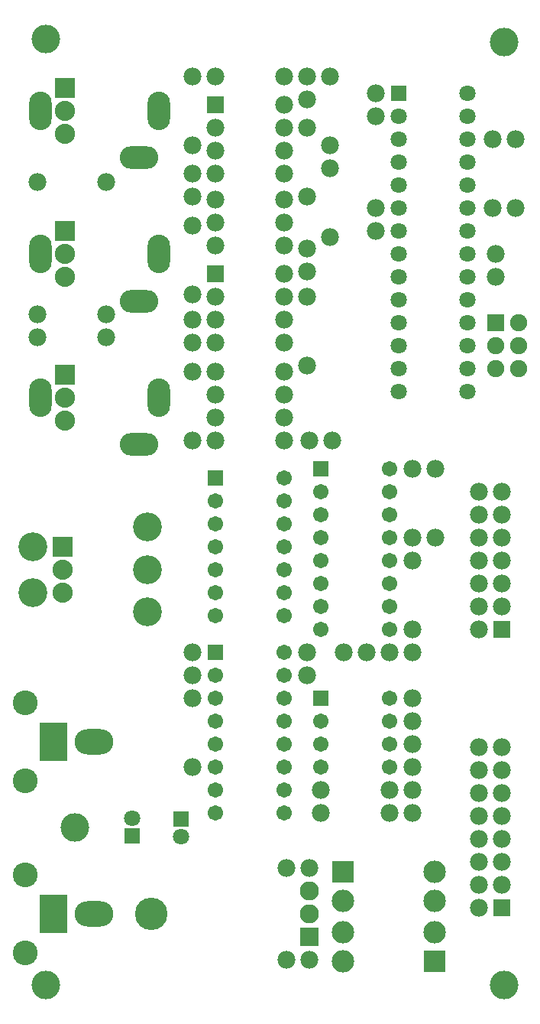
<source format=gbr>
G04 DipTrace 3.0.0.0*
G04 LZX-C1-PCB-V1.1BottomMask.gbr*
%MOIN*%
G04 #@! TF.FileFunction,Soldermask,Bot*
G04 #@! TF.Part,Single*
%ADD43C,0.125*%
%ADD44C,0.108268*%
%ADD45C,0.141732*%
%ADD60C,0.067055*%
%ADD62R,0.067055X0.067055*%
%ADD64R,0.082803X0.082803*%
%ADD66C,0.082803*%
%ADD68C,0.078*%
%ADD70C,0.12611*%
%ADD72C,0.074929*%
%ADD74R,0.074929X0.074929*%
%ADD76O,0.169417X0.110362*%
%ADD78R,0.122173X0.169417*%
%ADD80R,0.088X0.088*%
%ADD82C,0.088*%
%ADD84O,0.168X0.098*%
%ADD86O,0.098X0.168*%
%ADD88R,0.078X0.078*%
%ADD90C,0.098*%
%ADD92C,0.098*%
%ADD94R,0.098X0.098*%
%ADD96C,0.070992*%
%ADD98R,0.070992X0.070992*%
%ADD100C,0.078*%
%FSLAX26Y26*%
G04*
G70*
G90*
G75*
G01*
G04 BotMask*
%LPD*%
D100*
X1569000Y631500D3*
X1669000D3*
D98*
X1106500Y1244000D3*
D96*
Y1166000D3*
D100*
X1656500Y4481500D3*
Y4381500D3*
Y3731500D3*
Y3631500D3*
X2481500Y3706500D3*
Y3606500D3*
D98*
X894000Y1169000D3*
D96*
Y1247000D3*
D100*
X1156500Y4056500D3*
Y3956500D3*
Y3319000D3*
Y3419000D3*
X1956500Y3906500D3*
Y3806500D3*
X1569000Y1031500D3*
X1669000D3*
X1956500Y4406500D3*
Y4306500D3*
X2119000Y1269000D3*
Y1369000D3*
Y1569000D3*
Y1469000D3*
X1769000Y2894000D3*
X1669000D3*
X1656500Y1869000D3*
Y1969000D3*
X1156500D3*
Y1869000D3*
X1819000Y1969000D3*
X1919000D3*
X2019000D3*
X2119000D3*
Y1669000D3*
Y1769000D3*
D94*
X1812857Y1012638D3*
D92*
X2212857D3*
D94*
X2212867Y625045D3*
D92*
X1812867D3*
D90*
X1812857Y887625D3*
X2212857D3*
X1812857Y750110D3*
X2212857D3*
D43*
X519000Y519000D3*
Y4644000D3*
X2518500Y519000D3*
Y4631000D3*
D100*
X2506500Y2169000D3*
Y2269000D3*
Y2369000D3*
Y2469000D3*
Y2569000D3*
Y2669000D3*
X2406500D3*
Y2569000D3*
Y2469000D3*
Y2369000D3*
Y2269000D3*
Y2169000D3*
Y2069000D3*
D88*
X2506500D3*
D86*
X494500Y4331500D3*
D84*
X925500Y4126500D3*
D86*
X1012500Y4331500D3*
D82*
X601500Y4231500D3*
Y4331500D3*
D80*
Y4431500D3*
D78*
X551980Y1581000D3*
D76*
X729146D3*
D44*
X427965Y1411709D3*
Y1750291D3*
D86*
X494500Y3706000D3*
D84*
X925500Y3501000D3*
D86*
X1012500Y3706000D3*
D82*
X601500Y3606000D3*
Y3706000D3*
D80*
Y3806000D3*
D78*
X551980Y831000D3*
D76*
X729146D3*
D44*
X427965Y661709D3*
Y1000291D3*
D86*
X494500Y3081000D3*
D84*
X925500Y2876000D3*
D86*
X1012500Y3081000D3*
D82*
X601500Y2981000D3*
Y3081000D3*
D80*
Y3181000D3*
D100*
X2506500Y956000D3*
Y1056000D3*
Y1156000D3*
Y1256000D3*
Y1356000D3*
Y1456000D3*
Y1556000D3*
X2406500D3*
Y1456000D3*
Y1356000D3*
Y1256000D3*
Y1156000D3*
Y1056000D3*
Y956000D3*
Y856000D3*
D88*
X2506500D3*
D74*
X2481500Y3406500D3*
D72*
X2581500D3*
X2481500Y3306500D3*
X2581500D3*
X2481500Y3206500D3*
X2581500D3*
D43*
X644500Y1206000D3*
D100*
X1256500Y3944000D3*
X1556500D3*
X481500Y4019000D3*
X781500D3*
X1556500Y3744000D3*
X1256500D3*
X1156500Y4181500D3*
Y4481500D3*
X481500Y3444000D3*
X781500D3*
X1556500Y3844000D3*
X1256500D3*
X2569000Y3906500D3*
Y4206500D3*
X2019000Y1369000D3*
X1719000D3*
X2019000Y1269000D3*
X1719000D3*
X1156500Y1469000D3*
Y1769000D3*
X1556500Y3094000D3*
X1256500D3*
Y4481500D3*
X1556500D3*
X2219000Y2469000D3*
Y2769000D3*
X1656500Y4256500D3*
Y3956500D3*
X1156500Y3194000D3*
Y2894000D3*
X481500Y3344000D3*
X781500D3*
X1656500Y3219000D3*
Y3519000D3*
X1256500Y2994000D3*
X1556500D3*
X1256500Y3194000D3*
X1556500D3*
X1756500Y3781500D3*
Y4081500D3*
X2119000Y2469000D3*
Y2769000D3*
Y2069000D3*
Y2369000D3*
X1756500Y4181500D3*
Y4481500D3*
X2469000Y3906500D3*
Y4206500D3*
X1156500Y3831500D3*
Y3531500D3*
X1256500Y2894000D3*
X1556500D3*
D70*
X461429Y2431394D3*
Y2230606D3*
X961429Y2516039D3*
Y2331000D3*
Y2145961D3*
D82*
X589923Y2231000D3*
X591350Y2331000D3*
D80*
Y2431000D3*
D88*
X1256500Y4356500D3*
D68*
Y4256500D3*
Y4156500D3*
Y4056500D3*
X1556500D3*
Y4156500D3*
Y4256500D3*
Y4356500D3*
D88*
X1256500Y3619000D3*
D68*
Y3519000D3*
Y3419000D3*
Y3319000D3*
X1556500D3*
Y3419000D3*
Y3519000D3*
Y3619000D3*
D66*
X1669000Y931500D3*
Y831500D3*
D64*
Y731500D3*
D45*
X976085Y831500D3*
D98*
X2056500Y4406500D3*
D96*
Y4306500D3*
Y4206500D3*
Y4106500D3*
Y4006500D3*
Y3906500D3*
Y3806500D3*
Y3706500D3*
Y3606500D3*
Y3506500D3*
Y3406500D3*
Y3306500D3*
Y3206500D3*
Y3106500D3*
X2356500D3*
Y3206500D3*
Y3306500D3*
Y3406500D3*
Y3506500D3*
Y3606500D3*
Y3706500D3*
Y3806500D3*
Y3906500D3*
Y4006500D3*
Y4106500D3*
Y4206500D3*
Y4306500D3*
Y4406500D3*
D62*
X1719000Y1769000D3*
D60*
Y1669000D3*
Y1569000D3*
Y1469000D3*
X2019000D3*
Y1569000D3*
Y1669000D3*
Y1769000D3*
D62*
X1256500Y2731500D3*
D60*
Y2631500D3*
Y2531500D3*
Y2431500D3*
Y2331500D3*
Y2231500D3*
Y2131500D3*
X1556500D3*
Y2231500D3*
Y2331500D3*
Y2431500D3*
Y2531500D3*
Y2631500D3*
Y2731500D3*
D62*
X1256500Y1969000D3*
D60*
Y1869000D3*
Y1769000D3*
Y1669000D3*
Y1569000D3*
Y1469000D3*
Y1369000D3*
Y1269000D3*
X1556500D3*
Y1369000D3*
Y1469000D3*
Y1569000D3*
Y1669000D3*
Y1769000D3*
Y1869000D3*
Y1969000D3*
D62*
X1719000Y2769000D3*
D60*
Y2669000D3*
Y2569000D3*
Y2469000D3*
Y2369000D3*
Y2269000D3*
Y2169000D3*
Y2069000D3*
X2019000D3*
Y2169000D3*
Y2269000D3*
Y2369000D3*
Y2469000D3*
Y2569000D3*
Y2669000D3*
Y2769000D3*
M02*

</source>
